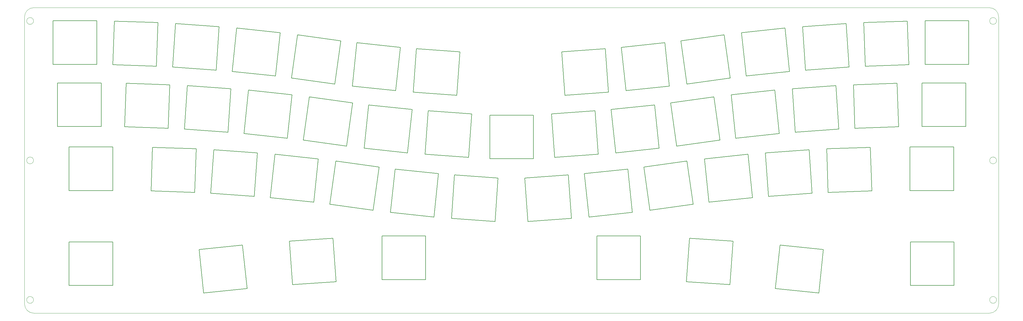
<source format=gbr>
G04 #@! TF.GenerationSoftware,KiCad,Pcbnew,(6.0.11-0)*
G04 #@! TF.CreationDate,2023-08-22T00:26:59+09:00*
G04 #@! TF.ProjectId,SYMMETRIA,53594d4d-4554-4524-9941-2e6b69636164,rev?*
G04 #@! TF.SameCoordinates,Original*
G04 #@! TF.FileFunction,Profile,NP*
%FSLAX46Y46*%
G04 Gerber Fmt 4.6, Leading zero omitted, Abs format (unit mm)*
G04 Created by KiCad (PCBNEW (6.0.11-0)) date 2023-08-22 00:26:59*
%MOMM*%
%LPD*%
G01*
G04 APERTURE LIST*
G04 #@! TA.AperFunction,Profile*
%ADD10C,0.100000*%
G04 #@! TD*
G04 #@! TA.AperFunction,Profile*
%ADD11C,0.150000*%
G04 #@! TD*
G04 #@! TA.AperFunction,Profile*
%ADD12C,0.010000*%
G04 #@! TD*
G04 APERTURE END LIST*
D10*
X325625000Y-17250000D02*
X17275000Y-17250000D01*
X17275000Y-17250000D02*
G75*
G03*
X14275000Y-20250000I0J-3000000D01*
G01*
X328625000Y-20250000D02*
G75*
G03*
X325625000Y-17250000I-3000000J0D01*
G01*
X325625000Y-116050000D02*
G75*
G03*
X328625000Y-113050000I0J3000000D01*
G01*
X14275000Y-20250000D02*
X14275000Y-113050000D01*
X328625000Y-113050000D02*
X328625000Y-20250000D01*
X17275000Y-116050000D02*
X325625000Y-116050000D01*
X14275000Y-113050000D02*
G75*
G03*
X17275000Y-116050000I3000000J0D01*
G01*
D11*
X137865454Y-64188305D02*
X123842695Y-62714454D01*
X123842695Y-62714454D02*
X125316546Y-48691695D01*
X125316546Y-48691695D02*
X139339305Y-50165546D01*
X139339305Y-50165546D02*
X137865454Y-64188305D01*
X238662160Y-60064220D02*
X224699380Y-62026560D01*
X222737040Y-48063780D02*
X236699820Y-46101440D01*
X224699380Y-62026560D02*
X222737040Y-48063780D01*
X236699820Y-46101440D02*
X238662160Y-60064220D01*
X37590000Y-21500000D02*
X37590000Y-35600000D01*
X23490000Y-35600000D02*
X23490000Y-21500000D01*
X37590000Y-35600000D02*
X23490000Y-35600000D01*
X23490000Y-21500000D02*
X37590000Y-21500000D01*
X217589804Y-48691695D02*
X219063655Y-62714454D01*
X219063655Y-62714454D02*
X205040896Y-64188305D01*
X203567045Y-50165546D02*
X217589804Y-48691695D01*
X205040896Y-64188305D02*
X203567045Y-50165546D01*
X28668750Y-76410000D02*
X28668750Y-62310000D01*
X42768750Y-76410000D02*
X28668750Y-76410000D01*
X42768750Y-62310000D02*
X42768750Y-76410000D01*
X28668750Y-62310000D02*
X42768750Y-62310000D01*
X100446640Y-39985220D02*
X102408980Y-26022440D01*
X102408980Y-26022440D02*
X116371760Y-27984780D01*
X116371760Y-27984780D02*
X114409420Y-41947560D01*
X114409420Y-41947560D02*
X100446640Y-39985220D01*
X279390121Y-22382390D02*
X280373688Y-36448043D01*
X280373688Y-36448043D02*
X266308035Y-37431610D01*
X265324468Y-23365957D02*
X279390121Y-22382390D01*
X266308035Y-37431610D02*
X265324468Y-23365957D01*
X187645568Y-31515957D02*
X201711221Y-30532390D01*
X201711221Y-30532390D02*
X202694788Y-44598043D01*
X188629135Y-45581610D02*
X187645568Y-31515957D01*
X202694788Y-44598043D02*
X188629135Y-45581610D01*
D12*
X17175000Y-21550000D02*
G75*
G03*
X17175000Y-21550000I-1100000J0D01*
G01*
D11*
X28668750Y-107062500D02*
X28668750Y-92962500D01*
X42768750Y-107062500D02*
X28668750Y-107062500D01*
X28668750Y-92962500D02*
X42768750Y-92962500D01*
X42768750Y-92962500D02*
X42768750Y-107062500D01*
X241911043Y-106844610D02*
X227845390Y-105861043D01*
X228828957Y-91795390D02*
X242894610Y-92778957D01*
X242894610Y-92778957D02*
X241911043Y-106844610D01*
X227845390Y-105861043D02*
X228828957Y-91795390D01*
X318993750Y-21500000D02*
X318993750Y-35600000D01*
X304893750Y-35600000D02*
X304893750Y-21500000D01*
X304893750Y-21500000D02*
X318993750Y-21500000D01*
X318993750Y-35600000D02*
X304893750Y-35600000D01*
X303900000Y-41575000D02*
X318000000Y-41575000D01*
X318000000Y-41575000D02*
X318000000Y-55675000D01*
X303900000Y-55675000D02*
X303900000Y-41575000D01*
X318000000Y-55675000D02*
X303900000Y-55675000D01*
X256357954Y-43937695D02*
X257831805Y-57960454D01*
X257831805Y-57960454D02*
X243809046Y-59434305D01*
X242335195Y-45411546D02*
X256357954Y-43937695D01*
X243809046Y-59434305D02*
X242335195Y-45411546D01*
X66825957Y-42460390D02*
X80891610Y-43443957D01*
X79908043Y-57509610D02*
X65842390Y-56526043D01*
X65842390Y-56526043D02*
X66825957Y-42460390D01*
X80891610Y-43443957D02*
X79908043Y-57509610D01*
D12*
X327925000Y-111750000D02*
G75*
G03*
X327925000Y-111750000I-1100000J0D01*
G01*
D11*
X285059971Y-22090336D02*
X299151382Y-21598253D01*
X299151382Y-21598253D02*
X299643465Y-35689664D01*
X299643465Y-35689664D02*
X285552054Y-36181747D01*
X285552054Y-36181747D02*
X285059971Y-22090336D01*
X82750746Y-23856695D02*
X96773505Y-25330546D01*
X81276895Y-37879454D02*
X82750746Y-23856695D01*
X96773505Y-25330546D02*
X95299654Y-39353305D01*
X95299654Y-39353305D02*
X81276895Y-37879454D01*
X112768940Y-80800220D02*
X114731280Y-66837440D01*
X128694060Y-68799780D02*
X126731720Y-82762560D01*
X126731720Y-82762560D02*
X112768940Y-80800220D01*
X114731280Y-66837440D02*
X128694060Y-68799780D01*
X121519346Y-28611695D02*
X135542105Y-30085546D01*
X120045495Y-42634454D02*
X121519346Y-28611695D01*
X134068254Y-44108305D02*
X120045495Y-42634454D01*
X135542105Y-30085546D02*
X134068254Y-44108305D01*
X213071235Y-105180000D02*
X198971235Y-105180000D01*
X213071235Y-91080000D02*
X213071235Y-105180000D01*
X198971235Y-105180000D02*
X198971235Y-91080000D01*
X198971235Y-91080000D02*
X213071235Y-91080000D01*
D12*
X17175000Y-66650000D02*
G75*
G03*
X17175000Y-66650000I-1100000J0D01*
G01*
D11*
X247715554Y-64671695D02*
X249189405Y-78694454D01*
X249189405Y-78694454D02*
X235166646Y-80168305D01*
X233692795Y-66145546D02*
X247715554Y-64671695D01*
X235166646Y-80168305D02*
X233692795Y-66145546D01*
X198401093Y-50610390D02*
X199384660Y-64676043D01*
X184335440Y-51593957D02*
X198401093Y-50610390D01*
X185319007Y-65659610D02*
X184335440Y-51593957D01*
X199384660Y-64676043D02*
X185319007Y-65659610D01*
X210421405Y-83452454D02*
X196398646Y-84926305D01*
X194924795Y-70903546D02*
X208947554Y-69429695D01*
X208947554Y-69429695D02*
X210421405Y-83452454D01*
X196398646Y-84926305D02*
X194924795Y-70903546D01*
X74367390Y-77261043D02*
X75350957Y-63195390D01*
X75350957Y-63195390D02*
X89416610Y-64178957D01*
X88433043Y-78244610D02*
X74367390Y-77261043D01*
X89416610Y-64178957D02*
X88433043Y-78244610D01*
X93599095Y-78694454D02*
X95072946Y-64671695D01*
X95072946Y-64671695D02*
X109095705Y-66145546D01*
X109095705Y-66145546D02*
X107621854Y-80168305D01*
X107621854Y-80168305D02*
X93599095Y-78694454D01*
D12*
X327925000Y-66650000D02*
G75*
G03*
X327925000Y-66650000I-1100000J0D01*
G01*
D11*
X281750353Y-42165336D02*
X295841764Y-41673253D01*
X282242436Y-56256747D02*
X281750353Y-42165336D01*
X295841764Y-41673253D02*
X296333847Y-55764664D01*
X296333847Y-55764664D02*
X282242436Y-56256747D01*
X178500000Y-51989946D02*
X178500000Y-66089946D01*
X164400000Y-66089946D02*
X164400000Y-51989946D01*
X178500000Y-66089946D02*
X164400000Y-66089946D01*
X164400000Y-51989946D02*
X178500000Y-51989946D01*
X300020000Y-76410000D02*
X300020000Y-62310000D01*
X314120000Y-76410000D02*
X300020000Y-76410000D01*
X314120000Y-62310000D02*
X314120000Y-76410000D01*
X300020000Y-62310000D02*
X314120000Y-62310000D01*
X247119174Y-39353305D02*
X245645323Y-25330546D01*
X245645323Y-25330546D02*
X259668082Y-23856695D01*
X259668082Y-23856695D02*
X261141933Y-37879454D01*
X261141933Y-37879454D02*
X247119174Y-39353305D01*
X222373903Y-42634454D02*
X208351144Y-44108305D01*
X220900052Y-28611695D02*
X222373903Y-42634454D01*
X206877293Y-30085546D02*
X220900052Y-28611695D01*
X208351144Y-44108305D02*
X206877293Y-30085546D01*
X60663764Y-56256747D02*
X46572353Y-55764664D01*
X61155847Y-42165336D02*
X60663764Y-56256747D01*
X46572353Y-55764664D02*
X47064436Y-41673253D01*
X47064436Y-41673253D02*
X61155847Y-42165336D01*
X55589436Y-62408253D02*
X69680847Y-62900336D01*
X69188764Y-76991747D02*
X55097353Y-76499664D01*
X55097353Y-76499664D02*
X55589436Y-62408253D01*
X69680847Y-62900336D02*
X69188764Y-76991747D01*
X144505957Y-50610390D02*
X158571610Y-51593957D01*
X157588043Y-65659610D02*
X143522390Y-64676043D01*
X143522390Y-64676043D02*
X144505957Y-50610390D01*
X158571610Y-51593957D02*
X157588043Y-65659610D01*
X114821610Y-105861043D02*
X100755957Y-106844610D01*
X113838043Y-91795390D02*
X114821610Y-105861043D01*
X99772390Y-92778957D02*
X113838043Y-91795390D01*
X100755957Y-106844610D02*
X99772390Y-92778957D01*
X99096804Y-59434305D02*
X85074045Y-57960454D01*
X100570655Y-45411546D02*
X99096804Y-59434305D01*
X86547896Y-43937695D02*
X100570655Y-45411546D01*
X85074045Y-57960454D02*
X86547896Y-43937695D01*
X228057320Y-66837440D02*
X230019660Y-80800220D01*
X230019660Y-80800220D02*
X216056880Y-82762560D01*
X214094540Y-68799780D02*
X228057320Y-66837440D01*
X216056880Y-82762560D02*
X214094540Y-68799780D01*
X314231250Y-107062500D02*
X300131250Y-107062500D01*
X300131250Y-92962500D02*
X314231250Y-92962500D01*
X300131250Y-107062500D02*
X300131250Y-92962500D01*
X314231250Y-92962500D02*
X314231250Y-107062500D01*
X272068055Y-95495546D02*
X270594204Y-109518305D01*
X270594204Y-109518305D02*
X256571445Y-108044454D01*
X256571445Y-108044454D02*
X258045296Y-94021695D01*
X258045296Y-94021695D02*
X272068055Y-95495546D01*
X273599936Y-76991747D02*
X273107853Y-62900336D01*
X273107853Y-62900336D02*
X287199264Y-62408253D01*
X287199264Y-62408253D02*
X287691347Y-76499664D01*
X287691347Y-76499664D02*
X273599936Y-76991747D01*
X147864305Y-70903546D02*
X146390454Y-84926305D01*
X133841546Y-69429695D02*
X147864305Y-70903546D01*
X132367695Y-83452454D02*
X133841546Y-69429695D01*
X146390454Y-84926305D02*
X132367695Y-83452454D01*
X153030657Y-71350390D02*
X167096310Y-72333957D01*
X167096310Y-72333957D02*
X166112743Y-86399610D01*
X152047090Y-85416043D02*
X153030657Y-71350390D01*
X166112743Y-86399610D02*
X152047090Y-85416043D01*
X267437643Y-63195390D02*
X268421210Y-77261043D01*
X254355557Y-78244610D02*
X253371990Y-64178957D01*
X268421210Y-77261043D02*
X254355557Y-78244610D01*
X253371990Y-64178957D02*
X267437643Y-63195390D01*
D12*
X327925000Y-21550000D02*
G75*
G03*
X327925000Y-21550000I-1100000J0D01*
G01*
D11*
X24906250Y-55675000D02*
X24906250Y-41575000D01*
X39006250Y-55675000D02*
X24906250Y-55675000D01*
X24906250Y-41575000D02*
X39006250Y-41575000D01*
X39006250Y-41575000D02*
X39006250Y-55675000D01*
X84621654Y-94021695D02*
X86095505Y-108044454D01*
X72072746Y-109518305D02*
X70598895Y-95495546D01*
X70598895Y-95495546D02*
X84621654Y-94021695D01*
X86095505Y-108044454D02*
X72072746Y-109518305D01*
D12*
X17175000Y-111750000D02*
G75*
G03*
X17175000Y-111750000I-1100000J0D01*
G01*
D11*
X118206820Y-62026560D02*
X104244040Y-60064220D01*
X104244040Y-60064220D02*
X106206380Y-46101440D01*
X120169160Y-48063780D02*
X118206820Y-62026560D01*
X106206380Y-46101440D02*
X120169160Y-48063780D01*
X262997957Y-57509610D02*
X262014390Y-43443957D01*
X277063610Y-56526043D02*
X262997957Y-57509610D01*
X262014390Y-43443957D02*
X276080043Y-42460390D01*
X276080043Y-42460390D02*
X277063610Y-56526043D01*
X143695750Y-91080000D02*
X143695750Y-105180000D01*
X129595750Y-105180000D02*
X129595750Y-91080000D01*
X143695750Y-105180000D02*
X129595750Y-105180000D01*
X129595750Y-91080000D02*
X143695750Y-91080000D01*
X76110643Y-37431610D02*
X62044990Y-36448043D01*
X62044990Y-36448043D02*
X63028557Y-22382390D01*
X77094210Y-23365957D02*
X76110643Y-37431610D01*
X63028557Y-22382390D02*
X77094210Y-23365957D01*
X240009828Y-26022440D02*
X241972168Y-39985220D01*
X228009388Y-41947560D02*
X226047048Y-27984780D01*
X226047048Y-27984780D02*
X240009828Y-26022440D01*
X241972168Y-39985220D02*
X228009388Y-41947560D01*
X42774853Y-35689664D02*
X43266936Y-21598253D01*
X56866264Y-36181747D02*
X42774853Y-35689664D01*
X43266936Y-21598253D02*
X57358347Y-22090336D01*
X57358347Y-22090336D02*
X56866264Y-36181747D01*
X190742330Y-85416043D02*
X176676677Y-86399610D01*
X189758763Y-71350390D02*
X190742330Y-85416043D01*
X175693110Y-72333957D02*
X189758763Y-71350390D01*
X176676677Y-86399610D02*
X175693110Y-72333957D01*
X139724890Y-44598043D02*
X140708457Y-30532390D01*
X154774110Y-31515957D02*
X153790543Y-45581610D01*
X140708457Y-30532390D02*
X154774110Y-31515957D01*
X153790543Y-45581610D02*
X139724890Y-44598043D01*
M02*

</source>
